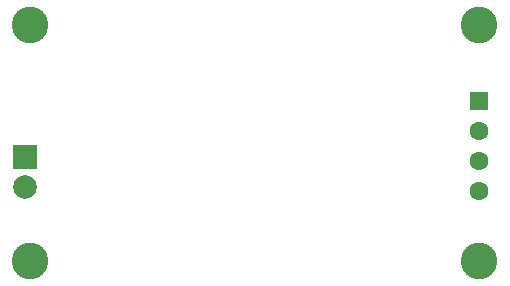
<source format=gbs>
G04*
G04 #@! TF.GenerationSoftware,Altium Limited,Altium Designer,19.1.6 (110)*
G04*
G04 Layer_Color=16711935*
%FSLAX43Y43*%
%MOMM*%
G71*
G01*
G75*
%ADD27C,3.100*%
%ADD28C,1.600*%
%ADD29R,1.600X1.600*%
%ADD30R,2.000X2.000*%
%ADD31C,2.000*%
D27*
X90500Y73000D02*
D03*
Y53000D02*
D03*
X52500D02*
D03*
Y73000D02*
D03*
D28*
X90500Y58920D02*
D03*
Y61460D02*
D03*
Y64000D02*
D03*
D29*
Y66540D02*
D03*
D30*
X52000Y61770D02*
D03*
D31*
Y59230D02*
D03*
M02*

</source>
